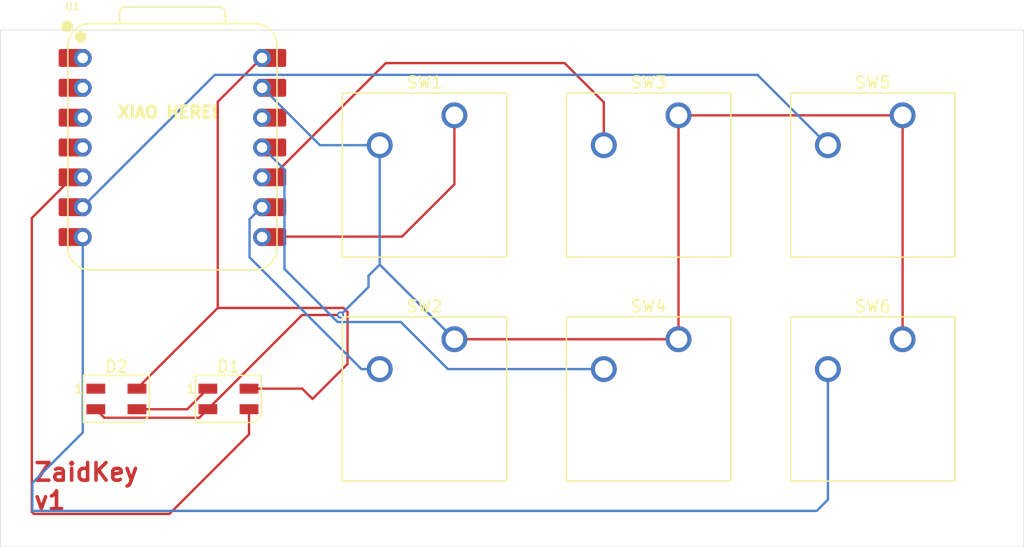
<source format=kicad_pcb>
(kicad_pcb (version 20240108) (generator "pcbnew") (generator_version "8.0")
  (layers (0 "F.Cu" signal) (31 "B.Cu" signal) (34 "B.Paste" user) (35 "F.Paste" user) (36 "B.SilkS" user "B.Silkscreen") (37 "F.SilkS" user "F.Silkscreen") (38 "B.Mask" user) (39 "F.Mask" user) (44 "Edge.Cuts" user))
  (net 0 "")
  (net 1 "Net-(D1-DOUT)")
  (net 2 "+5V")
  (net 3 "GND")
  (net 4 "Net-(D1-DIN)")
  (net 6 "Net-(U1-GPIO1{slash}RX)")
  (net 7 "Net-(U1-GPIO2{slash}SCK)")
  (net 8 "Net-(U1-GPIO3{slash}MOSI)")
  (net 9 "Net-(U1-GPIO0{slash}TX)")
  (net 15 "Net-(U1-GPIO4{slash}MISO)")
  (net 16 "Net-(U1-GPIO7{slash}SCL)")
  (footprint "Macropad:SW_Cherry_MX_1.00u_PCB" (layer "F.Cu") (at 140.6525 96.31375)
    (property "Reference" "SW4" (at -2.54 -2.794 0) (layer "F.SilkS"))
    (property "Value" "SW_Push")
    (fp_line (start -9.525 -1.905) (end 4.445 -1.905) (stroke (width 0.12)) (layer "F.SilkS"))
    (fp_line (start -9.525 12.065) (end -9.525 -1.905) (stroke (width 0.12)) (layer "F.SilkS"))
    (fp_line (start 4.445 -1.905) (end 4.445 12.065) (stroke (width 0.12)) (layer "F.SilkS"))
    (fp_line (start 4.445 12.065) (end -9.525 12.065) (stroke (width 0.12)) (layer "F.SilkS"))
    (pad "" np_thru_hole circle (at -7.62 5.08) (size 1.7 1.7) (drill 1.7) (layers "*.Cu" "*.Mask"))
    (pad "" np_thru_hole circle (at -2.54 5.08) (size 4 4) (drill 4) (layers "*.Cu" "*.Mask"))
    (pad "" np_thru_hole circle (at 2.54 5.08) (size 1.7 1.7) (drill 1.7) (layers "*.Cu" "*.Mask"))
    (pad "1" thru_hole circle (at 0 0) (size 2.2 2.2) (drill 1.5) (layers "*.Cu" "*.Mask") (net 3 "GND"))
    (pad "2" thru_hole circle (at -6.35 2.54) (size 2.2 2.2) (drill 1.5) (layers "*.Cu" "*.Mask") (net 8 "Net-(U1-GPIO3{slash}MOSI)"))
  )
  (footprint "Macropad:SW_Cherry_MX_1.00u_PCB" (layer "F.Cu") (at 159.7025 77.26375)
    (property "Reference" "SW5" (at -2.54 -2.794 0) (layer "F.SilkS"))
    (property "Value" "SW_Push")
    (fp_line (start -9.525 -1.905) (end 4.445 -1.905) (stroke (width 0.12)) (layer "F.SilkS"))
    (fp_line (start -9.525 12.065) (end -9.525 -1.905) (stroke (width 0.12)) (layer "F.SilkS"))
    (fp_line (start 4.445 -1.905) (end 4.445 12.065) (stroke (width 0.12)) (layer "F.SilkS"))
    (fp_line (start 4.445 12.065) (end -9.525 12.065) (stroke (width 0.12)) (layer "F.SilkS"))
    (pad "" np_thru_hole circle (at -7.62 5.08) (size 1.7 1.7) (drill 1.7) (layers "*.Cu" "*.Mask"))
    (pad "" np_thru_hole circle (at -2.54 5.08) (size 4 4) (drill 4) (layers "*.Cu" "*.Mask"))
    (pad "" np_thru_hole circle (at 2.54 5.08) (size 1.7 1.7) (drill 1.7) (layers "*.Cu" "*.Mask"))
    (pad "1" thru_hole circle (at 0 0) (size 2.2 2.2) (drill 1.5) (layers "*.Cu" "*.Mask") (net 3 "GND"))
    (pad "2" thru_hole circle (at -6.35 2.54) (size 2.2 2.2) (drill 1.5) (layers "*.Cu" "*.Mask") (net 16 "Net-(U1-GPIO7{slash}SCL)"))
  )
  (footprint "Macropad:SW_Cherry_MX_1.00u_PCB" (layer "F.Cu") (at 121.6025 77.26375)
    (property "Reference" "SW1" (at -2.54 -2.794 0) (layer "F.SilkS"))
    (property "Value" "SW_Push")
    (fp_line (start -9.525 -1.905) (end 4.445 -1.905) (stroke (width 0.12)) (layer "F.SilkS"))
    (fp_line (start -9.525 12.065) (end -9.525 -1.905) (stroke (width 0.12)) (layer "F.SilkS"))
    (fp_line (start 4.445 -1.905) (end 4.445 12.065) (stroke (width 0.12)) (layer "F.SilkS"))
    (fp_line (start 4.445 12.065) (end -9.525 12.065) (stroke (width 0.12)) (layer "F.SilkS"))
    (pad "" np_thru_hole circle (at -7.62 5.08) (size 1.7 1.7) (drill 1.7) (layers "*.Cu" "*.Mask"))
    (pad "" np_thru_hole circle (at -2.54 5.08) (size 4 4) (drill 4) (layers "*.Cu" "*.Mask"))
    (pad "" np_thru_hole circle (at 2.54 5.08) (size 1.7 1.7) (drill 1.7) (layers "*.Cu" "*.Mask"))
    (pad "1" thru_hole circle (at 0 0) (size 2.2 2.2) (drill 1.5) (layers "*.Cu" "*.Mask") (net 6 "Net-(U1-GPIO1{slash}RX)"))
    (pad "2" thru_hole circle (at -6.35 2.54) (size 2.2 2.2) (drill 1.5) (layers "*.Cu" "*.Mask") (net 3 "GND"))
  )
  (footprint "Macropad:SW_Cherry_MX_1.00u_PCB" (layer "F.Cu") (at 140.6525 77.26375)
    (property "Reference" "SW3" (at -2.54 -2.794 0) (layer "F.SilkS"))
    (property "Value" "SW_Push")
    (fp_line (start -9.525 -1.905) (end 4.445 -1.905) (stroke (width 0.12)) (layer "F.SilkS"))
    (fp_line (start -9.525 12.065) (end -9.525 -1.905) (stroke (width 0.12)) (layer "F.SilkS"))
    (fp_line (start 4.445 -1.905) (end 4.445 12.065) (stroke (width 0.12)) (layer "F.SilkS"))
    (fp_line (start 4.445 12.065) (end -9.525 12.065) (stroke (width 0.12)) (layer "F.SilkS"))
    (pad "" np_thru_hole circle (at -7.62 5.08) (size 1.7 1.7) (drill 1.7) (layers "*.Cu" "*.Mask"))
    (pad "" np_thru_hole circle (at -2.54 5.08) (size 4 4) (drill 4) (layers "*.Cu" "*.Mask"))
    (pad "" np_thru_hole circle (at 2.54 5.08) (size 1.7 1.7) (drill 1.7) (layers "*.Cu" "*.Mask"))
    (pad "1" thru_hole circle (at 0 0) (size 2.2 2.2) (drill 1.5) (layers "*.Cu" "*.Mask") (net 3 "GND"))
    (pad "2" thru_hole circle (at -6.35 2.54) (size 2.2 2.2) (drill 1.5) (layers "*.Cu" "*.Mask") (net 15 "Net-(U1-GPIO4{slash}MISO)"))
  )
  (footprint "Macropad:LED_SK6812MINI_PLCC4_3.5x3.5mm_P1.75mm" (layer "F.Cu") (at 92.86875 101.39375)
    (property "Reference" "D2" (at 0 -2.75 0) (layer "F.SilkS"))
    (property "Value" "SK6812MINI")
    (fp_line (start -2.8 -2) (end -2.8 2) (stroke (width 0.12)) (layer "F.SilkS"))
    (fp_line (start -2.8 -2) (end 2.8 -2) (stroke (width 0.12)) (layer "F.SilkS"))
    (fp_line (start -2.8 2) (end 2.2 2) (stroke (width 0.12)) (layer "F.SilkS"))
    (fp_line (start 2.8 1.4) (end 2.2 2) (stroke (width 0.12)) (layer "F.SilkS"))
    (fp_line (start 2.8 1.4) (end 2.8 -2) (stroke (width 0.12)) (layer "F.SilkS"))
    (fp_text user "1" (at -3.2 -0.875 0) (layer "F.SilkS") (effects (font (size 0.8 0.8))))
    (pad "1" smd rect (at -1.75 -0.875) (size 1.6 0.85) (layers "F.Cu" "F.Paste" "F.Mask"))
    (pad "2" smd rect (at -1.75 0.875) (size 1.6 0.85) (layers "F.Cu" "F.Paste" "F.Mask") (net 3 "GND"))
    (pad "3" smd rect (at 1.75 0.875) (size 1.6 0.85) (layers "F.Cu" "F.Paste" "F.Mask") (net 1 "Net-(D1-DOUT)"))
    (pad "4" smd rect (at 1.75 -0.875) (size 1.6 0.85) (layers "F.Cu" "F.Paste" "F.Mask") (net 2 "+5V"))
  )
  (footprint "Macropad:SW_Cherry_MX_1.00u_PCB" (layer "F.Cu") (at 121.6025 96.31375)
    (property "Reference" "SW2" (at -2.54 -2.794 0) (layer "F.SilkS"))
    (property "Value" "SW_Push")
    (fp_line (start -9.525 -1.905) (end 4.445 -1.905) (stroke (width 0.12)) (layer "F.SilkS"))
    (fp_line (start -9.525 12.065) (end -9.525 -1.905) (stroke (width 0.12)) (layer "F.SilkS"))
    (fp_line (start 4.445 -1.905) (end 4.445 12.065) (stroke (width 0.12)) (layer "F.SilkS"))
    (fp_line (start 4.445 12.065) (end -9.525 12.065) (stroke (width 0.12)) (layer "F.SilkS"))
    (pad "" np_thru_hole circle (at -7.62 5.08) (size 1.7 1.7) (drill 1.7) (layers "*.Cu" "*.Mask"))
    (pad "" np_thru_hole circle (at -2.54 5.08) (size 4 4) (drill 4) (layers "*.Cu" "*.Mask"))
    (pad "" np_thru_hole circle (at 2.54 5.08) (size 1.7 1.7) (drill 1.7) (layers "*.Cu" "*.Mask"))
    (pad "1" thru_hole circle (at 0 0) (size 2.2 2.2) (drill 1.5) (layers "*.Cu" "*.Mask") (net 3 "GND"))
    (pad "2" thru_hole circle (at -6.35 2.54) (size 2.2 2.2) (drill 1.5) (layers "*.Cu" "*.Mask") (net 7 "Net-(U1-GPIO2{slash}SCK)"))
  )
  (footprint "Macropad:XIAO-RP2040-DIP" (layer "F.Cu") (at 97.63125 80)
    (property "Reference" "U1" (at -8.5 -12 0) (layer "F.SilkS") (effects (font (size 0.635 0.635) (thickness 0.1016))))
    (property "Value" "XIAO-RP2040-DIP")
    (fp_line (start -8.89 8.509) (end -8.89 -8.636) (stroke (width 0.127)) (layer "F.SilkS"))
    (fp_line (start -6.985 10.414) (end 6.985 10.414) (stroke (width 0.127)) (layer "F.SilkS"))
    (fp_line (start -4.495 -10.541) (end -4.491272 -11.451272) (stroke (width 0.127)) (layer "F.SilkS"))
    (fp_line (start -3.991272 -11.951) (end 4.004 -11.951) (stroke (width 0.127)) (layer "F.SilkS"))
    (fp_line (start 4.504 -11.451) (end 4.504 -10.541) (stroke (width 0.127)) (layer "F.SilkS"))
    (fp_line (start 6.985 -10.541) (end -6.985 -10.541) (stroke (width 0.1)) (layer "F.SilkS"))
    (fp_line (start 6.985 -10.541) (end -6.985 -10.541) (stroke (width 0.127)) (layer "F.SilkS"))
    (fp_line (start 8.89 8.509) (end 8.89 -8.636) (stroke (width 0.127)) (layer "F.SilkS"))
    (fp_arc (start -8.89 -8.636) (mid -8.332038 -9.983038) (end -6.985 -10.541) (stroke (width 0.127)) (layer "F.SilkS"))
    (fp_arc (start -6.985 10.414) (mid -8.332038 9.856038) (end -8.89 8.509) (stroke (width 0.127)) (layer "F.SilkS"))
    (fp_arc (start -4.491272 -11.451272) (mid -4.344724 -11.804644) (end -3.991272 -11.951) (stroke (width 0.127)) (layer "F.SilkS"))
    (fp_arc (start 4.004 -11.951) (mid 4.357553 -11.804553) (end 4.504 -11.451) (stroke (width 0.127)) (layer "F.SilkS"))
    (fp_arc (start 6.985 -10.541) (mid 8.332038 -9.983038) (end 8.89 -8.636) (stroke (width 0.127)) (layer "F.SilkS"))
    (fp_arc (start 8.89 8.509) (mid 8.332038 9.856038) (end 6.985 10.414) (stroke (width 0.127)) (layer "F.SilkS"))
    (fp_circle (center -8.95 -10.3) (end -8.95 -10.554) (stroke (width 0.5)) (fill solid) (layer "F.SilkS"))
    (fp_circle (center -7.807 -9.42) (end -7.807 -9.674) (stroke (width 0.5)) (fill solid) (layer "F.SilkS"))
    (pad "1" smd roundrect (at -8.455 -7.62 180) (size 2.432 1.524) (layers "F.Cu" "F.Mask") (roundrect_rratio 0.1))
    (pad "1" thru_hole circle (at -7.62 -7.62 180) (size 1.524 1.524) (drill 0.889) (layers "*.Cu" "*.Mask"))
    (pad "2" smd roundrect (at -8.455 -5.08 180) (size 2.432 1.524) (layers "F.Cu" "F.Mask") (roundrect_rratio 0.1))
    (pad "2" thru_hole circle (at -7.62 -5.08 180) (size 1.524 1.524) (drill 0.889) (layers "*.Cu" "*.Mask"))
    (pad "3" smd roundrect (at -8.455 -2.54 180) (size 2.432 1.524) (layers "F.Cu" "F.Mask") (roundrect_rratio 0.1))
    (pad "3" thru_hole circle (at -7.62 -2.54 180) (size 1.524 1.524) (drill 0.889) (layers "*.Cu" "*.Mask"))
    (pad "4" smd roundrect (at -8.455 0 180) (size 2.432 1.524) (layers "F.Cu" "F.Mask") (roundrect_rratio 0.1))
    (pad "4" thru_hole circle (at -7.62 0 180) (size 1.524 1.524) (drill 0.889) (layers "*.Cu" "*.Mask"))
    (pad "5" smd roundrect (at -8.455 2.54 180) (size 2.432 1.524) (layers "F.Cu" "F.Mask") (roundrect_rratio 0.1) (net 4 "Net-(D1-DIN)"))
    (pad "5" thru_hole circle (at -7.62 2.54 180) (size 1.524 1.524) (drill 0.889) (layers "*.Cu" "*.Mask") (net 4 "Net-(D1-DIN)"))
    (pad "6" smd roundrect (at -8.455 5.08 180) (size 2.432 1.524) (layers "F.Cu" "F.Mask") (roundrect_rratio 0.1) (net 16 "Net-(U1-GPIO7{slash}SCL)"))
    (pad "6" thru_hole circle (at -7.62 5.08 180) (size 1.524 1.524) (drill 0.889) (layers "*.Cu" "*.Mask") (net 16 "Net-(U1-GPIO7{slash}SCL)"))
    (pad "7" smd roundrect (at -8.455 7.62 180) (size 2.432 1.524) (layers "F.Cu" "F.Mask") (roundrect_rratio 0.1) (net 9 "Net-(U1-GPIO0{slash}TX)"))
    (pad "7" thru_hole circle (at -7.62 7.62 180) (size 1.524 1.524) (drill 0.889) (layers "*.Cu" "*.Mask") (net 9 "Net-(U1-GPIO0{slash}TX)"))
    (pad "8" thru_hole circle (at 7.62 7.62) (size 1.524 1.524) (drill 0.889) (layers "*.Cu" "*.Mask") (net 6 "Net-(U1-GPIO1{slash}RX)"))
    (pad "8" smd roundrect (at 8.455 7.62) (size 2.432 1.524) (layers "F.Cu" "F.Mask") (roundrect_rratio 0.1) (net 6 "Net-(U1-GPIO1{slash}RX)"))
    (pad "9" thru_hole circle (at 7.62 5.08) (size 1.524 1.524) (drill 0.889) (layers "*.Cu" "*.Mask") (net 7 "Net-(U1-GPIO2{slash}SCK)"))
    (pad "9" smd roundrect (at 8.455 5.08) (size 2.432 1.524) (layers "F.Cu" "F.Mask") (roundrect_rratio 0.1) (net 7 "Net-(U1-GPIO2{slash}SCK)"))
    (pad "10" thru_hole circle (at 7.62 2.54) (size 1.524 1.524) (drill 0.889) (layers "*.Cu" "*.Mask") (net 15 "Net-(U1-GPIO4{slash}MISO)"))
    (pad "10" smd roundrect (at 8.455 2.54) (size 2.432 1.524) (layers "F.Cu" "F.Mask") (roundrect_rratio 0.1) (net 15 "Net-(U1-GPIO4{slash}MISO)"))
    (pad "11" thru_hole circle (at 7.62 0) (size 1.524 1.524) (drill 0.889) (layers "*.Cu" "*.Mask") (net 8 "Net-(U1-GPIO3{slash}MOSI)"))
    (pad "11" smd roundrect (at 8.455 0) (size 2.432 1.524) (layers "F.Cu" "F.Mask") (roundrect_rratio 0.1) (net 8 "Net-(U1-GPIO3{slash}MOSI)"))
    (pad "12" thru_hole circle (at 7.62 -2.54) (size 1.524 1.524) (drill 0.889) (layers "*.Cu" "*.Mask"))
    (pad "12" smd roundrect (at 8.455 -2.54) (size 2.432 1.524) (layers "F.Cu" "F.Mask") (roundrect_rratio 0.1))
    (pad "13" thru_hole circle (at 7.62 -5.08) (size 1.524 1.524) (drill 0.889) (layers "*.Cu" "*.Mask") (net 3 "GND"))
    (pad "13" smd roundrect (at 8.455 -5.08) (size 2.432 1.524) (layers "F.Cu" "F.Mask") (roundrect_rratio 0.1) (net 3 "GND"))
    (pad "14" thru_hole circle (at 7.62 -7.62) (size 1.524 1.524) (drill 0.889) (layers "*.Cu" "*.Mask") (net 2 "+5V"))
    (pad "14" smd roundrect (at 8.455 -7.62) (size 2.432 1.524) (layers "F.Cu" "F.Mask") (roundrect_rratio 0.1) (net 2 "+5V"))
  )
  (footprint "Macropad:SW_Cherry_MX_1.00u_PCB" (layer "F.Cu") (at 159.7025 96.31375)
    (property "Reference" "SW6" (at -2.54 -2.794 0) (layer "F.SilkS"))
    (property "Value" "SW_Push")
    (fp_line (start -9.525 -1.905) (end 4.445 -1.905) (stroke (width 0.12)) (layer "F.SilkS"))
    (fp_line (start -9.525 12.065) (end -9.525 -1.905) (stroke (width 0.12)) (layer "F.SilkS"))
    (fp_line (start 4.445 -1.905) (end 4.445 12.065) (stroke (width 0.12)) (layer "F.SilkS"))
    (fp_line (start 4.445 12.065) (end -9.525 12.065) (stroke (width 0.12)) (layer "F.SilkS"))
    (pad "" np_thru_hole circle (at -7.62 5.08) (size 1.7 1.7) (drill 1.7) (layers "*.Cu" "*.Mask"))
    (pad "" np_thru_hole circle (at -2.54 5.08) (size 4 4) (drill 4) (layers "*.Cu" "*.Mask"))
    (pad "" np_thru_hole circle (at 2.54 5.08) (size 1.7 1.7) (drill 1.7) (layers "*.Cu" "*.Mask"))
    (pad "1" thru_hole circle (at 0 0) (size 2.2 2.2) (drill 1.5) (layers "*.Cu" "*.Mask") (net 3 "GND"))
    (pad "2" thru_hole circle (at -6.35 2.54) (size 2.2 2.2) (drill 1.5) (layers "*.Cu" "*.Mask") (net 9 "Net-(U1-GPIO0{slash}TX)"))
  )
  (footprint "Macropad:LED_SK6812MINI_PLCC4_3.5x3.5mm_P1.75mm" (layer "F.Cu") (at 102.39375 101.39375)
    (property "Reference" "D1" (at 0 -2.75 0) (layer "F.SilkS"))
    (property "Value" "SK6812MINI")
    (fp_line (start -2.8 -2) (end -2.8 2) (stroke (width 0.12)) (layer "F.SilkS"))
    (fp_line (start -2.8 -2) (end 2.8 -2) (stroke (width 0.12)) (layer "F.SilkS"))
    (fp_line (start -2.8 2) (end 2.2 2) (stroke (width 0.12)) (layer "F.SilkS"))
    (fp_line (start 2.8 1.4) (end 2.2 2) (stroke (width 0.12)) (layer "F.SilkS"))
    (fp_line (start 2.8 1.4) (end 2.8 -2) (stroke (width 0.12)) (layer "F.SilkS"))
    (fp_text user "1" (at -3.2 -0.875 0) (layer "F.SilkS") (effects (font (size 0.8 0.8))))
    (pad "1" smd rect (at -1.75 -0.875) (size 1.6 0.85) (layers "F.Cu" "F.Paste" "F.Mask") (net 1 "Net-(D1-DOUT)"))
    (pad "2" smd rect (at -1.75 0.875) (size 1.6 0.85) (layers "F.Cu" "F.Paste" "F.Mask") (net 3 "GND"))
    (pad "3" smd rect (at 1.75 0.875) (size 1.6 0.85) (layers "F.Cu" "F.Paste" "F.Mask") (net 4 "Net-(D1-DIN)"))
    (pad "4" smd rect (at 1.75 -0.875) (size 1.6 0.85) (layers "F.Cu" "F.Paste" "F.Mask") (net 2 "+5V"))
  )
  (gr_rect (start 83 70) (end 170 114) (stroke (width 0.05)) (fill none) (layer "Edge.Cuts"))
  (gr_text "ZaidKey\nv1" (at 85.725 110.91875 0) (layer "F.Cu") (effects (font (size 1.5 1.5) (thickness 0.3) (bold yes)) (justify left bottom)))
  (gr_text "XIAO HERE!" (at 92.86875 77.58125 0) (layer "F.SilkS") (effects (font (size 1 1) (thickness 0.25) (bold yes)) (justify left bottom)))
  (segment (start 94.61875 102.26875) (end 98.89375 102.26875) (width 0.2) (layer "F.Cu") (net 1))
  (segment (start 98.89375 102.26875) (end 100.64375 100.51875) (width 0.2) (layer "F.Cu") (net 1))
  (segment (start 94.61875 100.51875) (end 101.4875 93.65) (width 0.2) (layer "F.Cu") (net 2))
  (segment (start 101.4875 76.10625) (end 105.25125 72.3425) (width 0.2) (layer "F.Cu") (net 2))
  (segment (start 112.51875 98.4125) (end 109.5375 101.39375) (width 0.2) (layer "F.Cu") (net 2))
  (segment (start 101.4875 93.65) (end 112.167279 93.65) (width 0.2) (layer "F.Cu") (net 2))
  (segment (start 112.51875 94.001471) (end 112.51875 98.4125) (width 0.2) (layer "F.Cu") (net 2))
  (segment (start 109.5375 101.39375) (end 108.6625 100.51875) (width 0.2) (layer "F.Cu") (net 2))
  (segment (start 112.167279 93.65) (end 112.51875 94.001471) (width 0.2) (layer "F.Cu") (net 2))
  (segment (start 108.6625 100.51875) (end 104.14375 100.51875) (width 0.2) (layer "F.Cu") (net 2))
  (segment (start 101.4875 93.65) (end 101.4875 76.10625) (width 0.2) (layer "F.Cu") (net 2))
  (segment (start 100.64375 102.26875) (end 108.6625 94.25) (width 0.2) (layer "F.Cu") (net 3))
  (segment (start 140.6525 77.26375) (end 159.7025 77.26375) (width 0.2) (layer "F.Cu") (net 3))
  (segment (start 140.6525 77.26375) (end 140.6525 96.31375) (width 0.2) (layer "F.Cu") (net 3))
  (segment (start 99.91875 102.99375) (end 91.84375 102.99375) (width 0.2) (layer "F.Cu") (net 3))
  (segment (start 91.84375 102.99375) (end 91.11875 102.26875) (width 0.2) (layer "F.Cu") (net 3))
  (segment (start 108.6625 94.25) (end 111.91875 94.25) (width 0.2) (layer "F.Cu") (net 3))
  (segment (start 159.7025 77.26375) (end 159.7025 96.31375) (width 0.2) (layer "F.Cu") (net 3))
  (segment (start 100.64375 102.26875) (end 99.91875 102.99375) (width 0.2) (layer "F.Cu") (net 3))
  (segment (start 121.6025 96.31375) (end 140.6525 96.31375) (width 0.2) (layer "F.Cu") (net 3))
  (via (at 111.91875 94.25) (size 0.6) (drill 0.3) (layers "F.Cu" "B.Cu") (net 3))
  (segment (start 114.3 91.86875) (end 114.3 90.91625) (width 0.2) (layer "B.Cu") (net 3))
  (segment (start 114.3 90.91625) (end 115.2525 89.96375) (width 0.2) (layer "B.Cu") (net 3))
  (segment (start 110.1725 79.80375) (end 105.25125 74.8825) (width 0.2) (layer "B.Cu") (net 3))
  (segment (start 111.91875 94.25) (end 114.3 91.86875) (width 0.2) (layer "B.Cu") (net 3))
  (segment (start 115.2525 89.96375) (end 115.2525 79.80375) (width 0.2) (layer "B.Cu") (net 3))
  (segment (start 121.6025 96.31375) (end 115.2525 89.96375) (width 0.2) (layer "B.Cu") (net 3))
  (segment (start 115.2525 79.80375) (end 110.1725 79.80375) (width 0.2) (layer "B.Cu") (net 3))
  (segment (start 85.678809 85.999941) (end 89.17625 82.5025) (width 0.2) (layer "F.Cu") (net 4))
  (segment (start 85.854545 111.175869) (end 85.678809 111.000133) (width 0.2) (layer "F.Cu") (net 4))
  (segment (start 97.374131 111.175869) (end 85.854545 111.175869) (width 0.2) (layer "F.Cu") (net 4))
  (segment (start 104.14375 102.26875) (end 104.14375 104.40625) (width 0.2) (layer "F.Cu") (net 4))
  (segment (start 85.678809 111.000133) (end 85.678809 85.999941) (width 0.2) (layer "F.Cu") (net 4))
  (segment (start 104.14375 104.40625) (end 97.374131 111.175869) (width 0.2) (layer "F.Cu") (net 4))
  (segment (start 121.6025 83.127152) (end 117.147152 87.5825) (width 0.2) (layer "F.Cu") (net 6))
  (segment (start 117.147152 87.5825) (end 105.25125 87.5825) (width 0.2) (layer "F.Cu") (net 6))
  (segment (start 121.6025 77.26375) (end 121.6025 83.127152) (width 0.2) (layer "F.Cu") (net 6))
  (segment (start 115.2525 98.85375) (end 113.696866 98.85375) (width 0.2) (layer "B.Cu") (net 7))
  (segment (start 104.18925 89.346134) (end 104.18925 86.1045) (width 0.2) (layer "B.Cu") (net 7))
  (segment (start 113.696866 98.85375) (end 104.18925 89.346134) (width 0.2) (layer "B.Cu") (net 7))
  (segment (start 104.18925 86.1045) (end 105.25125 85.0425) (width 0.2) (layer "B.Cu") (net 7))
  (segment (start 107.15625 81.8675) (end 105.25125 79.9625) (width 0.2) (layer "B.Cu") (net 8))
  (segment (start 121.050685 98.85375) (end 117.046935 94.85) (width 0.2) (layer "B.Cu") (net 8))
  (segment (start 107.15625 90.336029) (end 107.15625 81.8675) (width 0.2) (layer "B.Cu") (net 8))
  (segment (start 134.3025 98.85375) (end 121.050685 98.85375) (width 0.2) (layer "B.Cu") (net 8))
  (segment (start 111.670221 94.85) (end 107.15625 90.336029) (width 0.2) (layer "B.Cu") (net 8))
  (segment (start 117.046935 94.85) (end 111.670221 94.85) (width 0.2) (layer "B.Cu") (net 8))
  (segment (start 90.01125 104.25125) (end 90.01125 87.5825) (width 0.2) (layer "B.Cu") (net 9))
  (segment (start 85.725 108.5375) (end 90.01125 104.25125) (width 0.2) (layer "B.Cu") (net 9))
  (segment (start 152.4 110.91875) (end 85.725 110.91875) (width 0.2) (layer "B.Cu") (net 9))
  (segment (start 85.725 110.91875) (end 85.725 108.5375) (width 0.2) (layer "B.Cu") (net 9))
  (segment (start 153.3525 98.85375) (end 153.3525 109.96625) (width 0.2) (layer "B.Cu") (net 9))
  (segment (start 153.3525 109.96625) (end 152.4 110.91875) (width 0.2) (layer "B.Cu") (net 9))
  (segment (start 130.96875 72.81875) (end 115.77 72.81875) (width 0.2) (layer "F.Cu") (net 15))
  (segment (start 115.77 72.81875) (end 106.08625 82.5025) (width 0.2) (layer "F.Cu") (net 15))
  (segment (start 134.3025 79.80375) (end 134.3025 76.1525) (width 0.2) (layer "F.Cu") (net 15))
  (segment (start 134.3025 76.1525) (end 130.96875 72.81875) (width 0.2) (layer "F.Cu") (net 15))
  (segment (start 101.23325 73.8205) (end 90.01125 85.0425) (width 0.2) (layer "B.Cu") (net 16))
  (segment (start 147.36925 73.8205) (end 101.23325 73.8205) (width 0.2) (layer "B.Cu") (net 16))
  (segment (start 153.3525 79.80375) (end 147.36925 73.8205) (width 0.2) (layer "B.Cu") (net 16))
)
</source>
